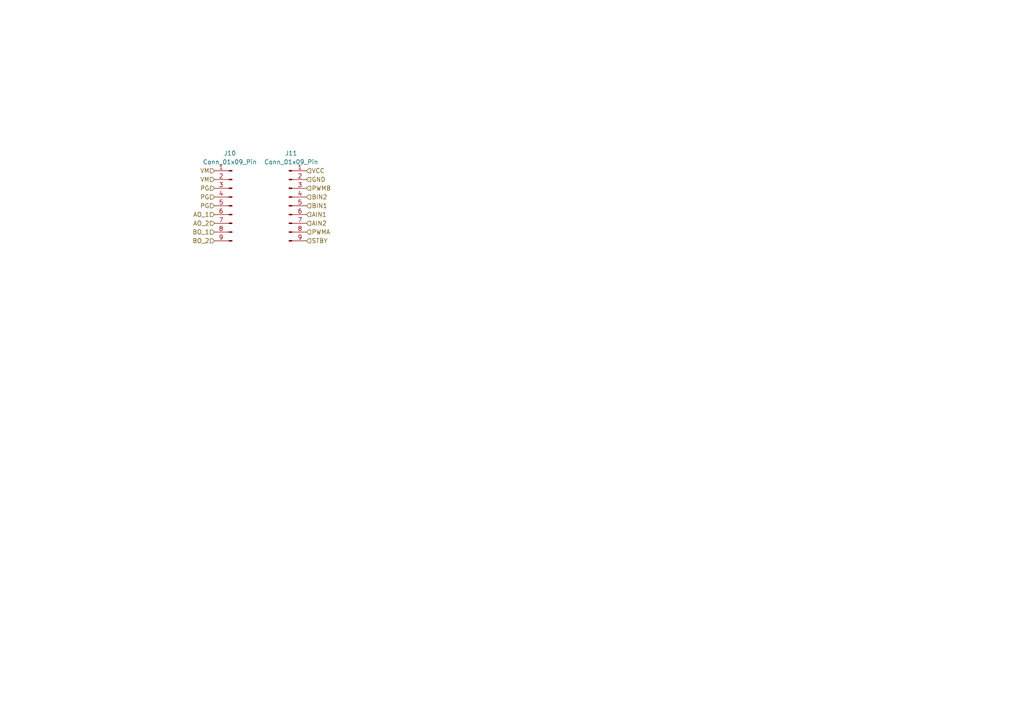
<source format=kicad_sch>
(kicad_sch (version 20250114) (generator "eeschema") (generator_version "9.0")
  (paper "A4")
  (lib_symbols
    (symbol "Connector:Conn_01x09_Pin" (pin_names (offset 1.016) (hide yes))
      (property "Reference" "J" (at 0 12.7 0))
      (property "Value" "Conn_01x09_Pin" (at 0 -12.7 0))
      (symbol "Conn_01x09_Pin_1_1"
        (rectangle (start 0.8636 10.287) (end 0 10.033) (stroke (width 0.1524)) (fill (type outline)))
        (rectangle (start 0.8636 7.747) (end 0 7.493) (stroke (width 0.1524)) (fill (type outline)))
        (rectangle (start 0.8636 5.207) (end 0 4.953) (stroke (width 0.1524)) (fill (type outline)))
        (rectangle (start 0.8636 2.667) (end 0 2.413) (stroke (width 0.1524)) (fill (type outline)))
        (rectangle (start 0.8636 0.127) (end 0 -0.127) (stroke (width 0.1524)) (fill (type outline)))
        (rectangle (start 0.8636 -2.413) (end 0 -2.667) (stroke (width 0.1524)) (fill (type outline)))
        (rectangle (start 0.8636 -4.953) (end 0 -5.207) (stroke (width 0.1524)) (fill (type outline)))
        (rectangle (start 0.8636 -7.493) (end 0 -7.747) (stroke (width 0.1524)) (fill (type outline)))
        (rectangle (start 0.8636 -10.033) (end 0 -10.287) (stroke (width 0.1524)) (fill (type outline)))
        (polyline (pts (xy 1.27 10.16) (xy 0.8636 10.16)) (stroke (width 0.1524)))
        (polyline (pts (xy 1.27 7.62) (xy 0.8636 7.62)) (stroke (width 0.1524)))
        (polyline (pts (xy 1.27 5.08) (xy 0.8636 5.08)) (stroke (width 0.1524)))
        (polyline (pts (xy 1.27 2.54) (xy 0.8636 2.54)) (stroke (width 0.1524)))
        (polyline (pts (xy 1.27 0) (xy 0.8636 0)) (stroke (width 0.1524)))
        (polyline (pts (xy 1.27 -2.54) (xy 0.8636 -2.54)) (stroke (width 0.1524)))
        (polyline (pts (xy 1.27 -5.08) (xy 0.8636 -5.08)) (stroke (width 0.1524)))
        (polyline (pts (xy 1.27 -7.62) (xy 0.8636 -7.62)) (stroke (width 0.1524)))
        (polyline (pts (xy 1.27 -10.16) (xy 0.8636 -10.16)) (stroke (width 0.1524)))
        (pin passive line (at 5.08 10.16 180) (length 3.81) (name "Pin_1") (number "1"))
        (pin passive line (at 5.08 7.62 180) (length 3.81) (name "Pin_2") (number "2"))
        (pin passive line (at 5.08 5.08 180) (length 3.81) (name "Pin_3") (number "3"))
        (pin passive line (at 5.08 2.54 180) (length 3.81) (name "Pin_4") (number "4"))
        (pin passive line (at 5.08 0 180) (length 3.81) (name "Pin_5") (number "5"))
        (pin passive line (at 5.08 -2.54 180) (length 3.81) (name "Pin_6") (number "6"))
        (pin passive line (at 5.08 -5.08 180) (length 3.81) (name "Pin_7") (number "7"))
        (pin passive line (at 5.08 -7.62 180) (length 3.81) (name "Pin_8") (number "8"))
        (pin passive line (at 5.08 -10.16 180) (length 3.81) (name "Pin_9") (number "9"))
      )
    )
  )
  (hierarchical_label "PG" (shape input) (at 62.23 57.15 180))
  (hierarchical_label "AIN1" (shape input) (at 88.9 62.23 0))
  (hierarchical_label "AIN2" (shape input) (at 88.9 64.77 0))
  (hierarchical_label "PG" (shape input) (at 62.23 59.69 180))
  (hierarchical_label "BIN1" (shape input) (at 88.9 59.69 0))
  (hierarchical_label "BO_1" (shape input) (at 62.23 67.31 180))
  (hierarchical_label "VCC" (shape input) (at 88.9 49.53 0))
  (hierarchical_label "BIN2" (shape input) (at 88.9 57.15 0))
  (hierarchical_label "STBY" (shape input) (at 88.9 69.85 0))
  (hierarchical_label "VM" (shape input) (at 62.23 52.07 180))
  (hierarchical_label "VM" (shape input) (at 62.23 49.53 180))
  (hierarchical_label "AO_2" (shape input) (at 62.23 64.77 180))
  (hierarchical_label "PWMA" (shape input) (at 88.9 67.31 0))
  (hierarchical_label "GND" (shape input) (at 88.9 52.07 0))
  (hierarchical_label "PWMB" (shape input) (at 88.9 54.61 0))
  (hierarchical_label "AO_1" (shape input) (at 62.23 62.23 180))
  (hierarchical_label "BO_2" (shape input) (at 62.23 69.85 180))
  (hierarchical_label "PG" (shape input) (at 62.23 54.61 180))
  (symbol (lib_id "Connector:Conn_01x09_Pin") (at 67.31 59.69 0) (mirror y) (unit 1)
    (property "Reference" "J8" (at 66.675 44.45 0))
    (property "Value" "Conn_01x09_Pin" (at 66.675 46.99 0))
    (property "Footprint" "Connector_PinSocket_2.54mm:PinSocket_1x09_P2.54mm_Vertical" (effects (hide yes)))
    (property "Description" "Generic connector, single row, 01x09, script generated" (effects (hide yes)))
    (instances (project "Retriever1_mother" (path "" (reference "J10") (unit 1)) (path "" (reference "J8") (unit 1))))
  )
  (symbol (lib_id "Connector:Conn_01x09_Pin") (at 83.82 59.69 0) (unit 1)
    (property "Reference" "J9" (at 84.455 44.45 0))
    (property "Value" "Conn_01x09_Pin" (at 84.455 46.99 0))
    (property "Footprint" "Connector_PinSocket_2.54mm:PinSocket_1x09_P2.54mm_Vertical" (effects (hide yes)))
    (property "Description" "Generic connector, single row, 01x09, script generated" (effects (hide yes)))
    (instances (project "Retriever1_mother" (path "" (reference "J11") (unit 1)) (path "" (reference "J9") (unit 1))))
  )
)
</source>
